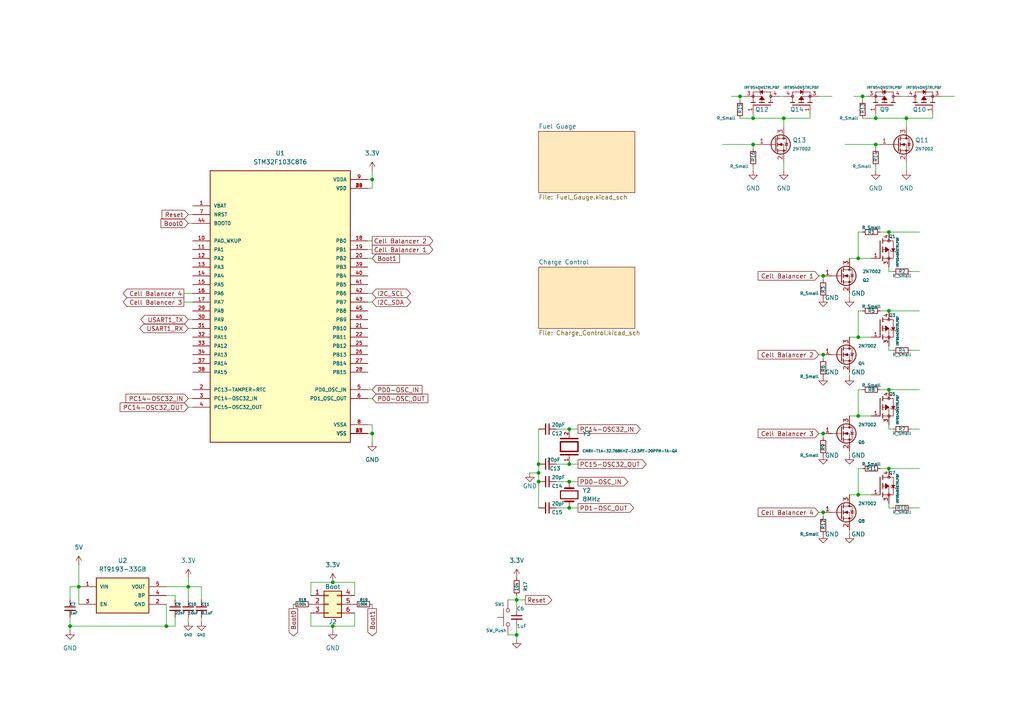
<source format=kicad_sch>
(kicad_sch (version 20250114) (generator "eeschema") (generator_version "9.0")
  (paper "A4")
  (title_block (title "Battery Management System") (date "2025-04-11") (rev "0.0.2") (company "Portland State University") (comment 1 "Fernando Custodio, Tyler Tran") (comment 2 "Daniel Anishchenko, Cuauhtemoc Gomez, Cody Reid") (comment 3 "Capstone - Team #6"))
  (lib_symbols
    (symbol "CM8V-T1A-32.768KHZ-12.5PF-20PPM-TA-QA:CM8V-T1A-32.768KHZ-12.5PF-20PPM-TA-QA" (pin_names (offset 1.016))
      (property "Reference" "Y" (at -5.0878 3.8159 0))
      (property "Value" "CM8V-T1A-32.768KHZ-12.5PF-20PPM-TA-QA" (at -5.0944 -5.0944 0))
      (symbol "CM8V-T1A-32.768KHZ-12.5PF-20PPM-TA-QA_0_0"
        (pin passive line (at -5.08 0 0) (length 2.54) (name "~") (number "1"))
        (pin passive line (at 5.08 0 180) (length 2.54) (name "~") (number "2"))
      )
    )
    (symbol "Connector_Generic:Conn_02x03_Top_Bottom" (pin_names (offset 1.016) (hide yes))
      (property "Reference" "J" (at 1.27 5.08 0))
      (property "Value" "Conn_02x03_Top_Bottom" (at 1.27 -5.08 0))
      (symbol "Conn_02x03_Top_Bottom_1_1"
        (pin passive line (at -5.08 2.54 0) (length 3.81) (name "Pin_1") (number "1"))
        (pin passive line (at -5.08 0 0) (length 3.81) (name "Pin_2") (number "2"))
        (pin passive line (at -5.08 -2.54 0) (length 3.81) (name "Pin_3") (number "3"))
        (pin passive line (at 7.62 2.54 180) (length 3.81) (name "Pin_4") (number "4"))
        (pin passive line (at 7.62 0 180) (length 3.81) (name "Pin_5") (number "5"))
        (pin passive line (at 7.62 -2.54 180) (length 3.81) (name "Pin_6") (number "6"))
      )
    )
    (symbol "Device:C_Small" (pin_numbers (hide yes)) (pin_names (offset 0.254) (hide yes))
      (property "Reference" "C" (at 0.254 1.778 0))
      (property "Value" "C_Small" (at 0.254 -2.032 0))
      (symbol "C_Small_1_1"
        (pin passive line (at 0 2.54 270) (length 2.032) (name "~") (number "1"))
        (pin passive line (at 0 -2.54 90) (length 2.032) (name "~") (number "2"))
      )
    )
    (symbol "Device:Crystal" (pin_numbers (hide yes)) (pin_names (offset 1.016) (hide yes))
      (property "Reference" "Y" (at 0 3.81 0))
      (property "Value" "Crystal" (at 0 -3.81 0))
      (symbol "Crystal_1_1"
        (pin passive line (at -3.81 0 0) (length 1.27) (name "1") (number "1"))
        (pin passive line (at 3.81 0 180) (length 1.27) (name "2") (number "2"))
      )
    )
    (symbol "Device:R_Small" (pin_numbers (hide yes)) (pin_names (offset 0.254) (hide yes))
      (property "Reference" "R" (at 0 0 90))
      (property "Value" "R_Small" (at 1.778 0 90))
      (symbol "R_Small_1_1"
        (pin passive line (at 0 2.54 270) (length 0.762) (name "~") (number "1"))
        (pin passive line (at 0 -2.54 90) (length 0.762) (name "~") (number "2"))
      )
    )
    (symbol "IRF9540NSTRLPBF:IRF9540NSTRLPBF" (pin_names (offset 1.016))
      (property "Reference" "Q" (at -8.89 3.81 0))
      (property "Value" "IRF9540NSTRLPBF" (at -8.89 -6.35 0))
      (symbol "IRF9540NSTRLPBF_0_0"
        (pin passive line (at -2.54 -2.54 0) (length 2.54) (name "~") (number "1"))
        (pin passive line (at 2.54 5.08 270) (length 2.54) (name "~") (number "4"))
        (pin passive line (at 2.54 -5.08 90) (length 2.54) (name "~") (number "3"))
      )
    )
    (symbol "RT9193-33GB:RT9193-33GB" (pin_names (offset 1.016))
      (property "Reference" "U" (at -6.3582 6.3582 0))
      (property "Value" "RT9193-33GB" (at -6.3733 -8.9227 0))
      (symbol "RT9193-33GB_0_0"
        (pin input line (at -12.7 2.54 0) (length 5.08) (name "VIN") (number "1"))
        (pin input line (at -12.7 -2.54 0) (length 5.08) (name "EN") (number "3"))
        (pin output line (at 12.7 2.54 180) (length 5.08) (name "VOUT") (number "5"))
        (pin passive line (at 12.7 0 180) (length 5.08) (name "BP") (number "4"))
        (pin power_in line (at 12.7 -2.54 180) (length 5.08) (name "GND") (number "2"))
      )
    )
    (symbol "STM32F103C8T6:STM32F103C8T6" (pin_names (offset 1.016))
      (property "Reference" "U" (at -20.32 41.275 0))
      (property "Value" "STM32F103C8T6" (at -20.32 -40.64 0))
      (symbol "STM32F103C8T6_0_0"
        (pin bidirectional line (at -25.4 30.48 0) (length 5.08) (name "VBAT") (number "1"))
        (pin input line (at -25.4 27.94 0) (length 5.08) (name "NRST") (number "7"))
        (pin input line (at -25.4 25.4 0) (length 5.08) (name "BOOT0") (number "44"))
        (pin bidirectional line (at -25.4 20.32 0) (length 5.08) (name "PA0_WKUP") (number "10"))
        (pin bidirectional line (at -25.4 17.78 0) (length 5.08) (name "PA1") (number "11"))
        (pin bidirectional line (at -25.4 15.24 0) (length 5.08) (name "PA2") (number "12"))
        (pin bidirectional line (at -25.4 12.7 0) (length 5.08) (name "PA3") (number "13"))
        (pin bidirectional line (at -25.4 10.16 0) (length 5.08) (name "PA4") (number "14"))
        (pin bidirectional line (at -25.4 7.62 0) (length 5.08) (name "PA5") (number "15"))
        (pin bidirectional line (at -25.4 5.08 0) (length 5.08) (name "PA6") (number "16"))
        (pin bidirectional line (at -25.4 2.54 0) (length 5.08) (name "PA7") (number "17"))
        (pin bidirectional line (at -25.4 0 0) (length 5.08) (name "PA8") (number "29"))
        (pin bidirectional line (at -25.4 -2.54 0) (length 5.08) (name "PA9") (number "30"))
        (pin bidirectional line (at -25.4 -5.08 0) (length 5.08) (name "PA10") (number "31"))
        (pin bidirectional line (at -25.4 -7.62 0) (length 5.08) (name "PA11") (number "32"))
        (pin bidirectional line (at -25.4 -10.16 0) (length 5.08) (name "PA12") (number "33"))
        (pin bidirectional line (at -25.4 -12.7 0) (length 5.08) (name "PA13") (number "34"))
        (pin bidirectional line (at -25.4 -15.24 0) (length 5.08) (name "PA14") (number "37"))
        (pin bidirectional line (at -25.4 -17.78 0) (length 5.08) (name "PA15") (number "38"))
        (pin bidirectional line (at -25.4 -22.86 0) (length 5.08) (name "PC13-TAMPER-RTC") (number "2"))
        (pin bidirectional line (at -25.4 -25.4 0) (length 5.08) (name "PC14-OSC32_IN") (number "3"))
        (pin bidirectional line (at -25.4 -27.94 0) (length 5.08) (name "PC15-OSC32_OUT") (number "4"))
        (pin power_in line (at 25.4 38.1 180) (length 5.08) (name "VDDA") (number "9"))
        (pin power_in line (at 25.4 35.56 180) (length 5.08) (name "VDD") (number "24"))
        (pin power_in line (at 25.4 35.56 180) (length 5.08) (name "VDD") (number "36"))
        (pin power_in line (at 25.4 35.56 180) (length 5.08) (name "VDD") (number "48"))
        (pin bidirectional line (at 25.4 20.32 180) (length 5.08) (name "PB0") (number "18"))
        (pin bidirectional line (at 25.4 17.78 180) (length 5.08) (name "PB1") (number "19"))
        (pin bidirectional line (at 25.4 15.24 180) (length 5.08) (name "PB2") (number "20"))
        (pin bidirectional line (at 25.4 12.7 180) (length 5.08) (name "PB3") (number "39"))
        (pin bidirectional line (at 25.4 10.16 180) (length 5.08) (name "PB4") (number "40"))
        (pin bidirectional line (at 25.4 7.62 180) (length 5.08) (name "PB5") (number "41"))
        (pin bidirectional line (at 25.4 5.08 180) (length 5.08) (name "PB6") (number "42"))
        (pin bidirectional line (at 25.4 2.54 180) (length 5.08) (name "PB7") (number "43"))
        (pin bidirectional line (at 25.4 0 180) (length 5.08) (name "PB8") (number "45"))
        (pin bidirectional line (at 25.4 -2.54 180) (length 5.08) (name "PB9") (number "46"))
        (pin bidirectional line (at 25.4 -5.08 180) (length 5.08) (name "PB10") (number "21"))
        (pin bidirectional line (at 25.4 -7.62 180) (length 5.08) (name "PB11") (number "22"))
        (pin bidirectional line (at 25.4 -10.16 180) (length 5.08) (name "PB12") (number "25"))
        (pin bidirectional line (at 25.4 -12.7 180) (length 5.08) (name "PB13") (number "26"))
        (pin bidirectional line (at 25.4 -15.24 180) (length 5.08) (name "PB14") (number "27"))
        (pin bidirectional line (at 25.4 -17.78 180) (length 5.08) (name "PB15") (number "28"))
        (pin bidirectional line (at 25.4 -22.86 180) (length 5.08) (name "PD0_OSC_IN") (number "5"))
        (pin bidirectional line (at 25.4 -25.4 180) (length 5.08) (name "PD1_OSC_OUT") (number "6"))
        (pin power_in line (at 25.4 -33.02 180) (length 5.08) (name "VSSA") (number "8"))
        (pin power_in line (at 25.4 -35.56 180) (length 5.08) (name "VSS") (number "23"))
        (pin power_in line (at 25.4 -35.56 180) (length 5.08) (name "VSS") (number "35"))
        (pin power_in line (at 25.4 -35.56 180) (length 5.08) (name "VSS") (number "47"))
      )
    )
    (symbol "Switch:SW_Push" (pin_numbers (hide yes)) (pin_names (offset 1.016) (hide yes))
      (property "Reference" "SW" (at 1.27 2.54 0))
      (property "Value" "SW_Push" (at 0 -1.524 0))
      (symbol "SW_Push_0_1"
        (pin passive line (at -5.08 0 0) (length 2.54) (name "1") (number "1"))
        (pin passive line (at 5.08 0 180) (length 2.54) (name "2") (number "2"))
      )
    )
    (symbol "Transistor_FET:2N7002" (pin_names (hide yes))
      (property "Reference" "Q" (at 5.08 1.905 0))
      (property "Value" "2N7002" (at 5.08 0 0))
      (symbol "2N7002_1_1"
        (pin input line (at -5.08 0 0) (length 2.54) (name "G") (number "1"))
        (pin passive line (at 2.54 5.08 270) (length 2.54) (name "D") (number "3"))
        (pin passive line (at 2.54 -5.08 90) (length 2.54) (name "S") (number "2"))
      )
    )
    (symbol "power:GND" (power) (pin_numbers (hide yes)) (pin_names (offset 0) (hide yes))
      (property "Value" "GND" (at 0 -3.81 0))
      (symbol "GND_1_1"
        (pin power_in line (at 0 0 270) (length 0) (name "~") (number "1"))
      )
    )
    (symbol "power:VCC" (power) (pin_numbers (hide yes)) (pin_names (offset 0) (hide yes))
      (property "Value" "VCC" (at 0 3.556 0))
      (symbol "VCC_1_1"
        (pin power_in line (at 0 0 90) (length 0) (name "~") (number "1"))
      )
    )
  )
  (junction (at 257.81 90.17))
  (junction (at 250.19 27.94))
  (junction (at 165.1 139.7))
  (junction (at 257.81 113.03))
  (junction (at 254 41.91))
  (junction (at 165.1 147.32))
  (junction (at 96.52 181.61))
  (junction (at 238.76 125.73))
  (junction (at 254 34.29))
  (junction (at 149.86 184.15))
  (junction (at 165.1 124.46))
  (junction (at 22.86 170.18))
  (junction (at 107.95 52.07))
  (junction (at 218.44 34.29))
  (junction (at 238.76 102.87))
  (junction (at 156.21 134.62))
  (junction (at 107.95 125.73))
  (junction (at 48.26 181.61))
  (junction (at 257.81 135.89))
  (junction (at 262.89 34.29))
  (junction (at 218.44 41.91))
  (junction (at 248.92 143.51))
  (junction (at 156.21 137.16))
  (junction (at 257.81 67.31))
  (junction (at 248.92 120.65))
  (junction (at 54.61 170.18))
  (junction (at 248.92 74.93))
  (junction (at 248.92 97.79))
  (junction (at 238.76 148.59))
  (junction (at 238.76 80.01))
  (junction (at 227.33 34.29))
  (junction (at 156.21 139.7))
  (junction (at 96.52 168.91))
  (junction (at 149.86 173.99))
  (junction (at 214.63 27.94))
  (junction (at 165.1 134.62))
  (junction (at 20.32 181.61))
  (wire (pts (xy 107.95 54.61) (xy 107.95 52.07)))
  (wire (pts (xy 250.19 27.94) (xy 250.19 29.21)))
  (wire (pts (xy 54.61 92.71) (xy 55.88 92.71)))
  (wire (pts (xy 257.81 77.47) (xy 257.81 78.74)))
  (wire (pts (xy 102.87 181.61) (xy 96.52 181.61)))
  (wire (pts (xy 218.44 48.26) (xy 218.44 49.53)))
  (wire (pts (xy 257.81 100.33) (xy 257.81 101.6)))
  (wire (pts (xy 48.26 170.18) (xy 54.61 170.18)))
  (wire (pts (xy 107.95 123.19) (xy 107.95 125.73)))
  (wire (pts (xy 54.61 115.57) (xy 55.88 115.57)))
  (wire (pts (xy 102.87 172.72) (xy 102.87 168.91)))
  (wire (pts (xy 257.81 147.32) (xy 259.08 147.32)))
  (wire (pts (xy 218.44 33.02) (xy 218.44 34.29)))
  (wire (pts (xy 107.95 52.07) (xy 106.68 52.07)))
  (wire (pts (xy 54.61 95.25) (xy 55.88 95.25)))
  (wire (pts (xy 218.44 34.29) (xy 227.33 34.29)))
  (wire (pts (xy 54.61 118.11) (xy 55.88 118.11)))
  (wire (pts (xy 90.17 172.72) (xy 90.17 168.91)))
  (wire (pts (xy 54.61 62.23) (xy 55.88 62.23)))
  (wire (pts (xy 20.32 170.18) (xy 20.32 173.99)))
  (wire (pts (xy 237.49 125.73) (xy 238.76 125.73)))
  (wire (pts (xy 257.81 146.05) (xy 257.81 147.32)))
  (wire (pts (xy 106.68 115.57) (xy 107.95 115.57)))
  (wire (pts (xy 156.21 124.46) (xy 156.21 134.62)))
  (wire (pts (xy 218.44 43.18) (xy 218.44 41.91)))
  (wire (pts (xy 234.95 34.29) (xy 234.95 33.02)))
  (wire (pts (xy 20.32 181.61) (xy 48.26 181.61)))
  (wire (pts (xy 250.19 90.17) (xy 248.92 90.17)))
  (wire (pts (xy 273.05 27.94) (xy 276.86 27.94)))
  (wire (pts (xy 106.68 54.61) (xy 107.95 54.61)))
  (wire (pts (xy 246.38 107.95) (xy 246.38 109.22)))
  (wire (pts (xy 262.89 34.29) (xy 262.89 36.83)))
  (wire (pts (xy 246.38 120.65) (xy 248.92 120.65)))
  (wire (pts (xy 58.42 179.07) (xy 58.42 180.34)))
  (wire (pts (xy 106.68 69.85) (xy 107.95 69.85)))
  (wire (pts (xy 165.1 124.46) (xy 167.64 124.46)))
  (wire (pts (xy 156.21 134.62) (xy 156.21 137.16)))
  (wire (pts (xy 246.38 97.79) (xy 248.92 97.79)))
  (wire (pts (xy 20.32 170.18) (xy 22.86 170.18)))
  (wire (pts (xy 50.8 172.72) (xy 48.26 172.72)))
  (wire (pts (xy 257.81 113.03) (xy 255.27 113.03)))
  (wire (pts (xy 147.32 173.99) (xy 149.86 173.99)))
  (wire (pts (xy 20.32 179.07) (xy 20.32 181.61)))
  (wire (pts (xy 250.19 27.94) (xy 251.46 27.94)))
  (wire (pts (xy 246.38 143.51) (xy 248.92 143.51)))
  (wire (pts (xy 246.38 153.67) (xy 246.38 154.94)))
  (wire (pts (xy 218.44 41.91) (xy 219.71 41.91)))
  (wire (pts (xy 237.49 80.01) (xy 238.76 80.01)))
  (wire (pts (xy 252.73 74.93) (xy 248.92 74.93)))
  (wire (pts (xy 257.81 90.17) (xy 255.27 90.17)))
  (wire (pts (xy 247.65 27.94) (xy 250.19 27.94)))
  (wire (pts (xy 226.06 27.94) (xy 227.33 27.94)))
  (wire (pts (xy 246.38 130.81) (xy 246.38 132.08)))
  (wire (pts (xy 245.11 41.91) (xy 254 41.91)))
  (wire (pts (xy 214.63 34.29) (xy 218.44 34.29)))
  (wire (pts (xy 147.32 184.15) (xy 149.86 184.15)))
  (wire (pts (xy 237.49 102.87) (xy 238.76 102.87)))
  (wire (pts (xy 156.21 139.7) (xy 156.21 147.32)))
  (wire (pts (xy 149.86 172.72) (xy 149.86 173.99)))
  (wire (pts (xy 20.32 181.61) (xy 20.32 182.88)))
  (wire (pts (xy 107.95 125.73) (xy 107.95 128.27)))
  (wire (pts (xy 238.76 80.01) (xy 238.76 81.28)))
  (wire (pts (xy 257.81 67.31) (xy 266.7 67.31)))
  (wire (pts (xy 90.17 177.8) (xy 90.17 181.61)))
  (wire (pts (xy 257.81 113.03) (xy 266.7 113.03)))
  (wire (pts (xy 50.8 172.72) (xy 50.8 173.99)))
  (wire (pts (xy 209.55 41.91) (xy 218.44 41.91)))
  (wire (pts (xy 90.17 181.61) (xy 96.52 181.61)))
  (wire (pts (xy 257.81 101.6) (xy 259.08 101.6)))
  (wire (pts (xy 214.63 27.94) (xy 214.63 29.21)))
  (wire (pts (xy 58.42 170.18) (xy 58.42 173.99)))
  (wire (pts (xy 107.95 49.53) (xy 107.95 52.07)))
  (wire (pts (xy 237.49 148.59) (xy 238.76 148.59)))
  (wire (pts (xy 54.61 167.64) (xy 54.61 170.18)))
  (wire (pts (xy 54.61 170.18) (xy 54.61 173.99)))
  (wire (pts (xy 22.86 175.26) (xy 22.86 170.18)))
  (wire (pts (xy 212.09 27.94) (xy 214.63 27.94)))
  (wire (pts (xy 262.89 46.99) (xy 262.89 49.53)))
  (wire (pts (xy 257.81 123.19) (xy 257.81 124.46)))
  (wire (pts (xy 149.86 184.15) (xy 149.86 185.42)))
  (wire (pts (xy 161.29 124.46) (xy 165.1 124.46)))
  (wire (pts (xy 248.92 90.17) (xy 248.92 97.79)))
  (wire (pts (xy 257.81 67.31) (xy 255.27 67.31)))
  (wire (pts (xy 50.8 181.61) (xy 48.26 181.61)))
  (wire (pts (xy 250.19 67.31) (xy 248.92 67.31)))
  (wire (pts (xy 246.38 74.93) (xy 248.92 74.93)))
  (wire (pts (xy 248.92 113.03) (xy 248.92 120.65)))
  (wire (pts (xy 227.33 34.29) (xy 227.33 36.83)))
  (wire (pts (xy 254 48.26) (xy 254 49.53)))
  (wire (pts (xy 48.26 175.26) (xy 48.26 181.61)))
  (wire (pts (xy 85.09 176.53) (xy 85.09 175.26)))
  (wire (pts (xy 248.92 135.89) (xy 248.92 143.51)))
  (wire (pts (xy 250.19 34.29) (xy 254 34.29)))
  (wire (pts (xy 246.38 85.09) (xy 246.38 86.36)))
  (wire (pts (xy 54.61 170.18) (xy 58.42 170.18)))
  (wire (pts (xy 254 43.18) (xy 254 41.91)))
  (wire (pts (xy 54.61 179.07) (xy 54.61 180.34)))
  (wire (pts (xy 106.68 125.73) (xy 107.95 125.73)))
  (wire (pts (xy 252.73 97.79) (xy 248.92 97.79)))
  (wire (pts (xy 264.16 78.74) (xy 266.7 78.74)))
  (wire (pts (xy 214.63 27.94) (xy 215.9 27.94)))
  (wire (pts (xy 250.19 113.03) (xy 248.92 113.03)))
  (wire (pts (xy 238.76 125.73) (xy 238.76 127)))
  (wire (pts (xy 254 41.91) (xy 255.27 41.91)))
  (wire (pts (xy 149.86 181.61) (xy 149.86 184.15)))
  (wire (pts (xy 106.68 123.19) (xy 107.95 123.19)))
  (wire (pts (xy 254 34.29) (xy 262.89 34.29)))
  (wire (pts (xy 227.33 46.99) (xy 227.33 49.53)))
  (wire (pts (xy 248.92 67.31) (xy 248.92 74.93)))
  (wire (pts (xy 261.62 27.94) (xy 262.89 27.94)))
  (wire (pts (xy 107.95 113.03) (xy 106.68 113.03)))
  (wire (pts (xy 106.68 74.93) (xy 107.95 74.93)))
  (wire (pts (xy 264.16 101.6) (xy 266.7 101.6)))
  (wire (pts (xy 252.73 120.65) (xy 248.92 120.65)))
  (wire (pts (xy 161.29 139.7) (xy 165.1 139.7)))
  (wire (pts (xy 238.76 148.59) (xy 238.76 149.86)))
  (wire (pts (xy 53.34 85.09) (xy 55.88 85.09)))
  (wire (pts (xy 270.51 34.29) (xy 270.51 33.02)))
  (wire (pts (xy 165.1 139.7) (xy 167.64 139.7)))
  (wire (pts (xy 262.89 34.29) (xy 270.51 34.29)))
  (wire (pts (xy 106.68 85.09) (xy 107.95 85.09)))
  (wire (pts (xy 252.73 143.51) (xy 248.92 143.51)))
  (wire (pts (xy 264.16 124.46) (xy 266.7 124.46)))
  (wire (pts (xy 257.81 135.89) (xy 255.27 135.89)))
  (wire (pts (xy 22.86 163.83) (xy 22.86 170.18)))
  (wire (pts (xy 149.86 173.99) (xy 152.4 173.99)))
  (wire (pts (xy 50.8 179.07) (xy 50.8 181.61)))
  (wire (pts (xy 165.1 147.32) (xy 167.64 147.32)))
  (wire (pts (xy 53.34 87.63) (xy 55.88 87.63)))
  (wire (pts (xy 257.81 90.17) (xy 266.7 90.17)))
  (wire (pts (xy 153.67 137.16) (xy 156.21 137.16)))
  (wire (pts (xy 165.1 134.62) (xy 167.64 134.62)))
  (wire (pts (xy 257.81 124.46) (xy 259.08 124.46)))
  (wire (pts (xy 106.68 72.39) (xy 107.95 72.39)))
  (wire (pts (xy 161.29 147.32) (xy 165.1 147.32)))
  (wire (pts (xy 238.76 102.87) (xy 238.76 104.14)))
  (wire (pts (xy 96.52 182.88) (xy 96.52 181.61)))
  (wire (pts (xy 257.81 78.74) (xy 259.08 78.74)))
  (wire (pts (xy 90.17 168.91) (xy 96.52 168.91)))
  (wire (pts (xy 227.33 34.29) (xy 234.95 34.29)))
  (wire (pts (xy 257.81 135.89) (xy 266.7 135.89)))
  (wire (pts (xy 54.61 64.77) (xy 55.88 64.77)))
  (wire (pts (xy 254 33.02) (xy 254 34.29)))
  (wire (pts (xy 149.86 173.99) (xy 149.86 176.53)))
  (wire (pts (xy 102.87 168.91) (xy 96.52 168.91)))
  (wire (pts (xy 107.95 176.53) (xy 107.95 175.26)))
  (wire (pts (xy 237.49 27.94) (xy 241.3 27.94)))
  (wire (pts (xy 102.87 177.8) (xy 102.87 181.61)))
  (wire (pts (xy 156.21 137.16) (xy 156.21 139.7)))
  (wire (pts (xy 106.68 87.63) (xy 107.95 87.63)))
  (wire (pts (xy 161.29 134.62) (xy 165.1 134.62)))
  (wire (pts (xy 264.16 147.32) (xy 266.7 147.32)))
  (wire (pts (xy 250.19 135.89) (xy 248.92 135.89)))
  (global_label "USART1_RX" (shape bidirectional) (at 54.61 95.25 180) (property "Intersheetrefs" "${INTERSHEET_REFS}" (effects (hide yes))))
  (global_label "Boot0" (shape output) (at 85.09 176.53 270) (property "Intersheetrefs" "${INTERSHEET_REFS}" (effects (hide yes))))
  (global_label "PD0-OSC_IN" (shape input) (at 107.95 113.03 0) (property "Intersheetrefs" "${INTERSHEET_REFS}" (effects (hide yes))))
  (global_label "PC14-OSC32_IN" (shape output) (at 167.64 124.46 0) (property "Intersheetrefs" "${INTERSHEET_REFS}" (effects (hide yes))))
  (global_label "PD1-OSC_OUT" (shape output) (at 167.64 147.32 0) (property "Intersheetrefs" "${INTERSHEET_REFS}" (effects (hide yes))))
  (global_label "Boot0" (shape input) (at 54.61 64.77 180) (property "Intersheetrefs" "${INTERSHEET_REFS}" (effects (hide yes))))
  (global_label "Cell Balancer 3" (shape input) (at 237.49 125.73 180) (property "Intersheetrefs" "${INTERSHEET_REFS}" (effects (hide yes))))
  (global_label "Reset" (shape output) (at 152.4 173.99 0) (property "Intersheetrefs" "${INTERSHEET_REFS}" (effects (hide yes))))
  (global_label "Cell Balancer 1" (shape output) (at 107.95 72.39 0) (property "Intersheetrefs" "${INTERSHEET_REFS}" (effects (hide yes))))
  (global_label "PD0-OSC_OUT" (shape input) (at 107.95 115.57 0) (property "Intersheetrefs" "${INTERSHEET_REFS}" (effects (hide yes))))
  (global_label "Boot1" (shape input) (at 107.95 74.93 0) (property "Intersheetrefs" "${INTERSHEET_REFS}" (effects (hide yes))))
  (global_label "I2C_SCL" (shape bidirectional) (at 107.95 85.09 0) (property "Intersheetrefs" "${INTERSHEET_REFS}" (effects (hide yes))))
  (global_label "Cell Balancer 2" (shape output) (at 107.95 69.85 0) (property "Intersheetrefs" "${INTERSHEET_REFS}" (effects (hide yes))))
  (global_label "Reset" (shape input) (at 54.61 62.23 180) (property "Intersheetrefs" "${INTERSHEET_REFS}" (effects (hide yes))))
  (global_label "Cell Balancer 3" (shape output) (at 53.34 87.63 180) (property "Intersheetrefs" "${INTERSHEET_REFS}" (effects (hide yes))))
  (global_label "I2C_SDA" (shape bidirectional) (at 107.95 87.63 0) (property "Intersheetrefs" "${INTERSHEET_REFS}" (effects (hide yes))))
  (global_label "Cell Balancer 4" (shape output) (at 53.34 85.09 180) (property "Intersheetrefs" "${INTERSHEET_REFS}" (effects (hide yes))))
  (global_label "Cell Balancer 4" (shape input) (at 237.49 148.59 180) (property "Intersheetrefs" "${INTERSHEET_REFS}" (effects (hide yes))))
  (global_label "Cell Balancer 1" (shape input) (at 237.49 80.01 180) (property "Intersheetrefs" "${INTERSHEET_REFS}" (effects (hide yes))))
  (global_label "Boot1" (shape output) (at 107.95 176.53 270) (property "Intersheetrefs" "${INTERSHEET_REFS}" (effects (hide yes))))
  (global_label "PC15-OSC32_OUT" (shape output) (at 167.64 134.62 0) (property "Intersheetrefs" "${INTERSHEET_REFS}" (effects (hide yes))))
  (global_label "USART1_TX" (shape bidirectional) (at 54.61 92.71 180) (property "Intersheetrefs" "${INTERSHEET_REFS}" (effects (hide yes))))
  (global_label "PC14-OSC32_IN" (shape input) (at 54.61 115.57 180) (property "Intersheetrefs" "${INTERSHEET_REFS}" (effects (hide yes))))
  (global_label "Cell Balancer 2" (shape input) (at 237.49 102.87 180) (property "Intersheetrefs" "${INTERSHEET_REFS}" (effects (hide yes))))
  (global_label "PC14-OSC32_OUT" (shape input) (at 54.61 118.11 180) (property "Intersheetrefs" "${INTERSHEET_REFS}" (effects (hide yes))))
  (global_label "PD0-OSC_IN" (shape output) (at 167.64 139.7 0) (property "Intersheetrefs" "${INTERSHEET_REFS}" (effects (hide yes))))
  (symbol (lib_id "power:GND") (at 227.33 49.53 0) (unit 1)
    (property "Reference" "#PWR012" (effects (hide yes)))
    (property "Value" "GND" (at 227.33 54.61 0))
    (property "Description" "Power symbol creates a global label with name \"GND\" , ground" (effects (hide yes)))
  )
  (symbol (lib_id "power:GND") (at 58.42 180.34 0) (unit 1)
    (property "Reference" "#PWR014" (effects (hide yes)))
    (property "Value" "GND" (at 57.15 184.15 0) (effects (font (size 0.762 0.762)) (justify left)))
    (property "Description" "Power symbol creates a global label with name \"GND\" , ground" (effects (hide yes)))
  )
  (symbol (lib_id "Transistor_FET:2N7002") (at 260.35 41.91 0) (unit 1)
    (property "Reference" "Q11" (at 265.43 40.64 0) (effects (justify left)))
    (property "Value" "2N7002" (at 265.43 43.18 0) (effects (font (size 0.889 0.889)) (justify left)))
    (property "Footprint" "Package_TO_SOT_SMD:SOT-23" (effects (hide yes)))
    (property "Datasheet" "https://www.onsemi.com/pub/Collateral/NDS7002A-D.PDF" (effects (hide yes)))
    (property "Description" "0.115A Id, 60V Vds, N-Channel MOSFET, SOT-23" (effects (hide yes)))
  )
  (symbol (lib_id "power:GND") (at 238.76 154.94 0) (mirror y) (unit 1)
    (property "Reference" "#PWR08" (effects (hide yes)))
    (property "Value" "GND" (at 241.3 154.94 0))
    (property "Description" "Power symbol creates a global label with name \"GND\" , ground" (effects (hide yes)))
  )
  (symbol (lib_id "Device:R_Small") (at 252.73 90.17 270) (mirror x) (unit 1)
    (property "Reference" "R5" (at 252.73 90.17 90) (effects (font (size 1.016 1.016))))
    (property "Value" "R_Small" (at 252.73 88.9 90) (effects (font (size 0.889 0.889))))
    (property "Description" "Resistor, small symbol" (effects (hide yes)))
  )
  (symbol (lib_id "Device:C_Small") (at 20.32 176.53 0) (unit 1)
    (property "Reference" "C7" (at 20.32 175.26 0) (effects (font (size 0.762 0.762)) (justify left)))
    (property "Value" "1uF" (at 20.32 177.8 0) (effects (font (size 0.762 0.762)) (justify left)))
    (property "Footprint" "Capacitor_SMD:C_0201_0603Metric" (effects (hide yes)))
    (property "Description" "Unpolarized capacitor, small symbol" (effects (hide yes)))
  )
  (symbol (lib_id "power:GND") (at 246.38 154.94 0) (mirror y) (unit 1)
    (property "Reference" "#PWR07" (effects (hide yes)))
    (property "Value" "GND" (at 248.92 154.94 0))
    (property "Description" "Power symbol creates a global label with name \"GND\" , ground" (effects (hide yes)))
  )
  (symbol (lib_id "Device:C_Small") (at 58.42 176.53 0) (unit 1)
    (property "Reference" "C11" (at 58.42 175.26 0) (effects (font (size 0.762 0.762)) (justify left)))
    (property "Value" "0.1uF" (at 58.42 177.8 0) (effects (font (size 0.762 0.762)) (justify left)))
    (property "Footprint" "Capacitor_SMD:C_0201_0603Metric" (effects (hide yes)))
    (property "Description" "Unpolarized capacitor, small symbol" (effects (hide yes)))
  )
  (symbol (lib_id "power:VCC") (at 107.95 49.53 0) (unit 1)
    (property "Reference" "#PWR020" (effects (hide yes)))
    (property "Value" "3.3V" (at 107.95 44.45 0))
    (property "Description" "Power symbol creates a global label with name \"VCC\"" (effects (hide yes)))
  )
  (symbol (lib_id "IRF9540NSTRLPBF:IRF9540NSTRLPBF") (at 255.27 140.97 0) (unit 1)
    (property "Reference" "Q7" (at 257.81 137.16 0) (effects (font (size 0.889 0.889)) (justify left)))
    (property "Value" "IRF9540NSTRLPBF" (at 260.35 146.05 90) (effects (font (size 0.635 0.635)) (justify left)))
    (property "Footprint" "IRF9540NSTRLPBF:DPAK254P1524X483-4_3N" (effects (hide yes)))
    (property "PARTREV" "09/30/05" (effects (hide yes)))
    (property "STANDARD" "IPC-7351B" (effects (hide yes)))
    (property "MAXIMUM_PACKAGE_HEIGHT" "4.83 mm" (effects (hide yes)))
    (property "MANUFACTURER" "Infineon" (effects (hide yes)))
  )
  (symbol (lib_id "Device:R_Small") (at 87.63 175.26 270) (unit 1)
    (property "Reference" "R18" (at 88.9 173.99 90) (effects (font (size 0.762 0.762)) (justify right)))
    (property "Value" "100k" (at 88.9 175.26 90) (effects (font (size 0.762 0.762)) (justify right)))
    (property "Footprint" "Resistor_SMD:R_0201_0603Metric" (effects (hide yes)))
    (property "Description" "Resistor, small symbol" (effects (hide yes)))
  )
  (symbol (lib_id "Device:C_Small") (at 50.8 176.53 0) (unit 1)
    (property "Reference" "C9" (at 50.8 175.26 0) (effects (font (size 0.762 0.762)) (justify left)))
    (property "Value" "22nF" (at 50.8 177.8 0) (effects (font (size 0.762 0.762)) (justify left)))
    (property "Footprint" "Capacitor_SMD:C_0201_0603Metric" (effects (hide yes)))
    (property "Description" "Unpolarized capacitor, small symbol" (effects (hide yes)))
  )
  (symbol (lib_id "power:GND") (at 54.61 180.34 0) (unit 1)
    (property "Reference" "#PWR015" (effects (hide yes)))
    (property "Value" "GND" (at 53.34 184.15 0) (effects (font (size 0.762 0.762)) (justify left)))
    (property "Description" "Power symbol creates a global label with name \"GND\" , ground" (effects (hide yes)))
  )
  (symbol (lib_id "Transistor_FET:2N7002") (at 243.84 102.87 0) (unit 1)
    (property "Reference" "Q4" (at 248.92 105.41 0) (effects (font (size 0.889 0.889)) (justify left)))
    (property "Value" "2N7002" (at 248.92 100.33 0) (effects (font (size 0.889 0.889)) (justify left)))
    (property "Footprint" "Package_TO_SOT_SMD:SOT-23" (effects (hide yes)))
    (property "Datasheet" "https://www.onsemi.com/pub/Collateral/NDS7002A-D.PDF" (effects (hide yes)))
    (property "Description" "0.115A Id, 60V Vds, N-Channel MOSFET, SOT-23" (effects (hide yes)))
  )
  (symbol (lib_id "Device:R_Small") (at 238.76 152.4 0) (mirror x) (unit 1)
    (property "Reference" "R12" (at 238.76 153.67 90) (effects (font (size 1.016 1.016)) (justify right)))
    (property "Value" "R_Small" (at 237.49 154.94 0) (effects (font (size 0.889 0.889)) (justify right)))
    (property "Footprint" "Resistor_SMD:R_0201_0603Metric" (effects (hide yes)))
    (property "Description" "Resistor, small symbol" (effects (hide yes)))
  )
  (symbol (lib_id "Device:R_Small") (at 250.19 31.75 0) (mirror x) (unit 1)
    (property "Reference" "R13" (at 250.19 33.02 90) (effects (font (size 1.016 1.016)) (justify right)))
    (property "Value" "R_Small" (at 248.92 34.29 0) (effects (font (size 0.889 0.889)) (justify right)))
    (property "Description" "Resistor, small symbol" (effects (hide yes)))
  )
  (symbol (lib_id "power:VCC") (at 22.86 163.83 0) (unit 1)
    (property "Reference" "#PWR016" (effects (hide yes)))
    (property "Value" "5V" (at 22.86 158.75 0))
    (property "Description" "Power symbol creates a global label with name \"VCC\"" (effects (hide yes)))
  )
  (symbol (lib_id "Device:R_Small") (at 252.73 113.03 270) (mirror x) (unit 1)
    (property "Reference" "R8" (at 252.73 113.03 90) (effects (font (size 1.016 1.016))))
    (property "Value" "R_Small" (at 252.73 111.76 90) (effects (font (size 0.889 0.889))))
    (property "Description" "Resistor, small symbol" (effects (hide yes)))
  )
  (symbol (lib_id "Device:R_Small") (at 149.86 170.18 180) (unit 1)
    (property "Reference" "R17" (at 152.4 171.45 90) (effects (font (size 0.889 0.889)) (justify right)))
    (property "Value" "10k" (at 149.86 171.45 90) (effects (font (size 0.889 0.889)) (justify right)))
    (property "Footprint" "Resistor_SMD:R_0201_0603Metric" (effects (hide yes)))
    (property "Description" "Resistor, small symbol" (effects (hide yes)))
  )
  (symbol (lib_id "Switch:SW_Push") (at 147.32 179.07 90) (unit 1)
    (property "Reference" "SW1" (at 143.51 175.26 90) (effects (font (size 0.889 0.889)) (justify right)))
    (property "Value" "SW_Push" (at 140.97 182.88 90) (effects (font (size 0.889 0.889)) (justify right)))
    (property "Description" "Push button switch, generic, two pins" (effects (hide yes)))
  )
  (symbol (lib_id "IRF9540NSTRLPBF:IRF9540NSTRLPBF") (at 255.27 118.11 0) (unit 1)
    (property "Reference" "Q5" (at 257.81 114.3 0) (effects (font (size 0.889 0.889)) (justify left)))
    (property "Value" "IRF9540NSTRLPBF" (at 260.35 123.19 90) (effects (font (size 0.635 0.635)) (justify left)))
    (property "Footprint" "IRF9540NSTRLPBF:DPAK254P1524X483-4_3N" (effects (hide yes)))
    (property "PARTREV" "09/30/05" (effects (hide yes)))
    (property "STANDARD" "IPC-7351B" (effects (hide yes)))
    (property "MAXIMUM_PACKAGE_HEIGHT" "4.83 mm" (effects (hide yes)))
    (property "MANUFACTURER" "Infineon" (effects (hide yes)))
  )
  (symbol (lib_id "Device:C_Small") (at 54.61 176.53 0) (unit 1)
    (property "Reference" "C10" (at 54.61 175.26 0) (effects (font (size 0.762 0.762)) (justify left)))
    (property "Value" "10uF" (at 54.61 177.8 0) (effects (font (size 0.762 0.762)) (justify left)))
    (property "Footprint" "Capacitor_SMD:C_0201_0603Metric" (effects (hide yes)))
    (property "Description" "Unpolarized capacitor, small symbol" (effects (hide yes)))
  )
  (symbol (lib_id "Device:C_Small") (at 158.75 147.32 270) (unit 1)
    (property "Reference" "C15" (at 160.02 148.59 90) (effects (font (size 1.016 1.016)) (justify left)))
    (property "Value" "20pF" (at 160.02 146.05 90) (effects (font (size 1.016 1.016)) (justify left)))
    (property "Footprint" "Capacitor_SMD:C_0201_0603Metric" (effects (hide yes)))
    (property "Description" "Unpolarized capacitor, small symbol" (effects (hide yes)))
  )
  (symbol (lib_id "power:GND") (at 96.52 182.88 0) (unit 1)
    (property "Reference" "#PWR023" (effects (hide yes)))
    (property "Value" "GND" (at 96.52 187.96 0))
    (property "Description" "Power symbol creates a global label with name \"GND\" , ground" (effects (hide yes)))
  )
  (symbol (lib_id "CM8V-T1A-32.768KHZ-12.5PF-20PPM-TA-QA:CM8V-T1A-32.768KHZ-12.5PF-20PPM-TA-QA") (at 165.1 129.54 90) (unit 1)
    (property "Reference" "Y3" (at 168.91 125.7299 90) (effects (justify right)))
    (property "Value" "CM8V-T1A-32.768KHZ-12.5PF-20PPM-TA-QA" (at 168.91 130.81 90) (effects (font (size 0.762 0.762)) (justify right)))
    (property "Footprint" "CM8V-T1A-32.768KHZ:XTAL_CM8V-T1A-32.768KHZ-12.5PF-20PPM-TA-QA" (effects (hide yes)))
    (property "MF" "Micro Crystal AG" (effects (hide yes)))
    (property "MAXIMUM_PACKAGE_HEIGHT" "0.6 mm" (effects (hide yes)))
    (property "Package" "SMD-2 Micro Crystal" (effects (hide yes)))
    (property "Price" "None" (effects (hide yes)))
    (property "Check_prices" "https://www.snapeda.com/parts/CM8V-T1A-32.768KHZ-12.5PF-20PPM-TA-QA/Micro+Crystal+AG/view-part/?ref=eda" (effects (hide yes)))
    (property "STANDARD" "Manufacturer Recommendations" (effects (hide yes)))
    (property "PARTREV" "1.3/03.2021" (effects (hide yes)))
    (property "SnapEDA_Link" "https://www.snapeda.com/parts/CM8V-T1A-32.768KHZ-12.5PF-20PPM-TA-QA/Micro+Crystal+AG/view-part/?ref=snap" (effects (hide yes)))
    (property "MP" "CM8V-T1A-32.768KHZ-12.5PF-20PPM-TA-QA" (effects (hide yes)))
    (property "Description_1" "32.768 kHz ±20ppm Crystal 12.5pF 70 kOhms 2-SMD, No Lead" (effects (hide yes)))
    (property "Availability" "In Stock" (effects (hide yes)))
    (property "MANUFACTURER" "Micro Crystal" (effects (hide yes)))
  )
  (symbol (lib_id "Device:R_Small") (at 261.62 147.32 90) (unit 1)
    (property "Reference" "R10" (at 261.62 147.32 90) (effects (font (size 1.016 1.016))))
    (property "Value" "R_Small" (at 261.62 148.59 90) (effects (font (size 0.889 0.889))))
    (property "Description" "Resistor, small symbol" (effects (hide yes)))
  )
  (symbol (lib_id "Device:R_Small") (at 218.44 45.72 0) (mirror x) (unit 1)
    (property "Reference" "R16" (at 218.44 46.99 90) (effects (font (size 1.016 1.016)) (justify right)))
    (property "Value" "R_Small" (at 217.17 48.26 0) (effects (font (size 0.889 0.889)) (justify right)))
    (property "Footprint" "Resistor_SMD:R_0201_0603Metric" (effects (hide yes)))
    (property "Description" "Resistor, small symbol" (effects (hide yes)))
  )
  (symbol (lib_id "power:GND") (at 238.76 109.22 0) (mirror y) (unit 1)
    (property "Reference" "#PWR04" (effects (hide yes)))
    (property "Value" "GND" (at 241.3 107.95 0))
    (property "Description" "Power symbol creates a global label with name \"GND\" , ground" (effects (hide yes)))
  )
  (symbol (lib_id "IRF9540NSTRLPBF:IRF9540NSTRLPBF") (at 256.54 30.48 270) (mirror x) (unit 1)
    (property "Reference" "Q9" (at 256.54 31.75 90))
    (property "Value" "IRF9540NSTRLPBF" (at 256.54 25.4 90) (effects (font (size 0.762 0.762))))
    (property "Footprint" "IRF9540NSTRLPBF:DPAK254P1524X483-4_3N" (effects (hide yes)))
    (property "PARTREV" "09/30/05" (effects (hide yes)))
    (property "STANDARD" "IPC-7351B" (effects (hide yes)))
    (property "MAXIMUM_PACKAGE_HEIGHT" "4.83 mm" (effects (hide yes)))
    (property "MANUFACTURER" "Infineon" (effects (hide yes)))
  )
  (symbol (lib_id "power:VCC") (at 54.61 167.64 0) (unit 1)
    (property "Reference" "#PWR017" (effects (hide yes)))
    (property "Value" "3.3V" (at 54.61 162.56 0))
    (property "Description" "Power symbol creates a global label with name \"VCC\"" (effects (hide yes)))
  )
  (symbol (lib_id "power:GND") (at 107.95 128.27 0) (unit 1)
    (property "Reference" "#PWR021" (effects (hide yes)))
    (property "Value" "GND" (at 107.95 133.35 0))
    (property "Description" "Power symbol creates a global label with name \"GND\" , ground" (effects (hide yes)))
  )
  (symbol (lib_id "Transistor_FET:2N7002") (at 243.84 80.01 0) (unit 1)
    (property "Reference" "Q2" (at 250.19 81.2801 0) (effects (font (size 0.889 0.889)) (justify left)))
    (property "Value" "2N7002" (at 250.19 78.7401 0) (effects (font (size 0.889 0.889)) (justify left)))
    (property "Footprint" "Package_TO_SOT_SMD:SOT-23" (effects (hide yes)))
    (property "Datasheet" "https://www.onsemi.com/pub/Collateral/NDS7002A-D.PDF" (effects (hide yes)))
    (property "Description" "0.115A Id, 60V Vds, N-Channel MOSFET, SOT-23" (effects (hide yes)))
  )
  (symbol (lib_id "IRF9540NSTRLPBF:IRF9540NSTRLPBF") (at 255.27 95.25 0) (unit 1)
    (property "Reference" "Q3" (at 257.81 91.44 0) (effects (font (size 0.889 0.889)) (justify left)))
    (property "Value" "IRF9540NSTRLPBF" (at 260.35 100.33 90) (effects (font (size 0.635 0.635)) (justify left)))
    (property "Footprint" "IRF9540NSTRLPBF:DPAK254P1524X483-4_3N" (effects (hide yes)))
    (property "PARTREV" "09/30/05" (effects (hide yes)))
    (property "STANDARD" "IPC-7351B" (effects (hide yes)))
    (property "MAXIMUM_PACKAGE_HEIGHT" "4.83 mm" (effects (hide yes)))
    (property "MANUFACTURER" "Infineon" (effects (hide yes)))
  )
  (symbol (lib_id "Device:R_Small") (at 261.62 101.6 90) (unit 1)
    (property "Reference" "R4" (at 261.62 101.6 90) (effects (font (size 1.016 1.016))))
    (property "Value" "R_Small" (at 261.62 102.87 90) (effects (font (size 0.889 0.889))))
    (property "Description" "Resistor, small symbol" (effects (hide yes)))
  )
  (symbol (lib_id "power:GND") (at 153.67 137.16 0) (unit 1)
    (property "Reference" "#PWR024" (effects (hide yes)))
    (property "Value" "GND" (at 153.67 140.97 0))
    (property "Description" "Power symbol creates a global label with name \"GND\" , ground" (effects (hide yes)))
  )
  (symbol (lib_id "STM32F103C8T6:STM32F103C8T6") (at 81.28 90.17 0) (unit 1)
    (property "Reference" "U1" (at 81.28 44.45 0))
    (property "Value" "STM32F103C8T6" (at 81.28 46.99 0))
    (property "Footprint" "STM32F103C8T6:QFP50P900X900X160-48N" (effects (hide yes)))
    (property "MF" "STMicroelectronics" (effects (hide yes)))
    (property "Description_1" "ARM® Cortex®-M3 STM32F1 Microcontroller IC 32-Bit 72MHz 64KB (64K x 8) FLASH 48-LQFP (7x7)" (effects (hide yes)))
    (property "Package" "LQFP-48 STMicroelectronics" (effects (hide yes)))
    (property "Price" "None" (effects (hide yes)))
    (property "Check_prices" "https://www.snapeda.com/parts/STM32F103C8T6/STMicroelectronics/view-part/?ref=eda" (effects (hide yes)))
    (property "STANDARD" "IPC7351B" (effects (hide yes)))
    (property "PARTREV" "10" (effects (hide yes)))
    (property "SnapEDA_Link" "https://www.snapeda.com/parts/STM32F103C8T6/STMicroelectronics/view-part/?ref=snap" (effects (hide yes)))
    (property "MP" "STM32F103C8T6" (effects (hide yes)))
    (property "Availability" "In Stock" (effects (hide yes)))
    (property "MANUFACTURER" "ST Microelectronics" (effects (hide yes)))
  )
  (symbol (lib_id "IRF9540NSTRLPBF:IRF9540NSTRLPBF") (at 255.27 72.39 0) (unit 1)
    (property "Reference" "Q1" (at 257.81 68.58 0) (effects (font (size 0.889 0.889)) (justify left)))
    (property "Value" "IRF9540NSTRLPBF" (at 260.35 77.47 90) (effects (font (size 0.635 0.635)) (justify left)))
    (property "Footprint" "IRF9540NSTRLPBF:DPAK254P1524X483-4_3N" (effects (hide yes)))
    (property "PARTREV" "09/30/05" (effects (hide yes)))
    (property "STANDARD" "IPC-7351B" (effects (hide yes)))
    (property "MAXIMUM_PACKAGE_HEIGHT" "4.83 mm" (effects (hide yes)))
    (property "MANUFACTURER" "Infineon" (effects (hide yes)))
  )
  (symbol (lib_id "Connector_Generic:Conn_02x03_Top_Bottom") (at 95.25 175.26 0) (unit 1)
    (property "Reference" "J2" (at 96.52 180.34 0))
    (property "Value" "Boot" (at 96.52 170.18 0))
    (property "Description" "Generic connector, double row, 02x03, top/bottom pin numbering scheme (row 1: 1...pins_per_row, row2: pins_per_row+1 ... num_pins), script generated (kicad-library-utils/schlib/autogen/connector/)" (effects (hide yes)))
  )
  (symbol (lib_id "Device:R_Small") (at 252.73 135.89 270) (mirror x) (unit 1)
    (property "Reference" "R11" (at 252.73 135.89 90) (effects (font (size 1.016 1.016))))
    (property "Value" "R_Small" (at 252.73 134.62 90) (effects (font (size 0.889 0.889))))
    (property "Description" "Resistor, small symbol" (effects (hide yes)))
  )
  (symbol (lib_id "RT9193-33GB:RT9193-33GB") (at 35.56 172.72 0) (unit 1)
    (property "Reference" "U2" (at 35.56 162.56 0))
    (property "Value" "RT9193-33GB" (at 35.56 165.1 0))
    (property "Footprint" "Package_TO_SOT_SMD:SOT-23-5" (effects (hide yes)))
    (property "MF" "Richtek USA" (effects (hide yes)))
    (property "Description_1" "Linear Voltage Regulator IC Positive Fixed 1 Output  300mA TSOT-23-5" (effects (hide yes)))
    (property "PACKAGE" "SOT-23-5" (effects (hide yes)))
    (property "PRICE" "$0.19 USD" (effects (hide yes)))
    (property "Package" "SOT-23-5 Richtek" (effects (hide yes)))
    (property "Check_prices" "https://www.snapeda.com/parts/RT9193-33GB/Richtek/view-part/?ref=eda" (effects (hide yes)))
    (property "Price" "None" (effects (hide yes)))
    (property "SnapEDA_Link" "https://www.snapeda.com/parts/RT9193-33GB/Richtek/view-part/?ref=snap" (effects (hide yes)))
    (property "MP" "RT9193-33GB" (effects (hide yes)))
    (property "AVAILABILITY" "Good" (effects (hide yes)))
    (property "Availability" "In Stock" (effects (hide yes)))
  )
  (symbol (lib_id "Device:R_Small") (at 214.63 31.75 0) (mirror x) (unit 1)
    (property "Reference" "R15" (at 214.63 33.02 90) (effects (font (size 1.016 1.016)) (justify right)))
    (property "Value" "R_Small" (at 213.36 34.29 0) (effects (font (size 0.889 0.889)) (justify right)))
    (property "Description" "Resistor, small symbol" (effects (hide yes)))
  )
  (symbol (lib_id "Device:R_Small") (at 238.76 83.82 0) (mirror x) (unit 1)
    (property "Reference" "R3" (at 238.76 85.09 90) (effects (font (size 1.016 1.016)) (justify right)))
    (property "Value" "R_Small" (at 237.49 85.09 0) (effects (font (size 0.889 0.889)) (justify right)))
    (property "Footprint" "Resistor_SMD:R_0201_0603Metric" (effects (hide yes)))
    (property "Description" "Resistor, small symbol" (effects (hide yes)))
  )
  (symbol (lib_id "Device:R_Small") (at 105.41 175.26 270) (unit 1)
    (property "Reference" "R19" (at 106.68 173.99 90) (effects (font (size 0.762 0.762)) (justify right)))
    (property "Value" "100k" (at 106.68 175.26 90) (effects (font (size 0.762 0.762)) (justify right)))
    (property "Footprint" "Resistor_SMD:R_0201_0603Metric" (effects (hide yes)))
    (property "Description" "Resistor, small symbol" (effects (hide yes)))
  )
  (symbol (lib_id "Device:R_Small") (at 238.76 129.54 0) (mirror x) (unit 1)
    (property "Reference" "R9" (at 238.76 130.81 90) (effects (font (size 1.016 1.016)) (justify right)))
    (property "Value" "R_Small" (at 237.49 132.08 0) (effects (font (size 0.889 0.889)) (justify right)))
    (property "Footprint" "Resistor_SMD:R_0201_0603Metric" (effects (hide yes)))
    (property "Description" "Resistor, small symbol" (effects (hide yes)))
  )
  (symbol (lib_id "power:GND") (at 20.32 182.88 0) (unit 1)
    (property "Reference" "#PWR013" (effects (hide yes)))
    (property "Value" "GND" (at 20.32 187.96 0))
    (property "Description" "Power symbol creates a global label with name \"GND\" , ground" (effects (hide yes)))
  )
  (symbol (lib_id "IRF9540NSTRLPBF:IRF9540NSTRLPBF") (at 220.98 30.48 270) (mirror x) (unit 1)
    (property "Reference" "Q12" (at 220.98 31.75 90))
    (property "Value" "IRF9540NSTRLPBF" (at 220.98 25.4 90) (effects (font (size 0.762 0.762))))
    (property "Footprint" "IRF9540NSTRLPBF:DPAK254P1524X483-4_3N" (effects (hide yes)))
    (property "PARTREV" "09/30/05" (effects (hide yes)))
    (property "STANDARD" "IPC-7351B" (effects (hide yes)))
    (property "MAXIMUM_PACKAGE_HEIGHT" "4.83 mm" (effects (hide yes)))
    (property "MANUFACTURER" "Infineon" (effects (hide yes)))
  )
  (symbol (lib_id "Device:R_Small") (at 261.62 78.74 90) (unit 1)
    (property "Reference" "R2" (at 261.62 78.74 90) (effects (font (size 1.016 1.016))))
    (property "Value" "R_Small" (at 261.62 80.01 90) (effects (font (size 0.889 0.889))))
    (property "Description" "Resistor, small symbol" (effects (hide yes)))
  )
  (symbol (lib_id "Transistor_FET:2N7002") (at 243.84 125.73 0) (unit 1)
    (property "Reference" "Q6" (at 248.92 128.27 0) (effects (font (size 0.889 0.889)) (justify left)))
    (property "Value" "2N7002" (at 248.92 123.19 0) (effects (font (size 0.889 0.889)) (justify left)))
    (property "Footprint" "Package_TO_SOT_SMD:SOT-23" (effects (hide yes)))
    (property "Datasheet" "https://www.onsemi.com/pub/Collateral/NDS7002A-D.PDF" (effects (hide yes)))
    (property "Description" "0.115A Id, 60V Vds, N-Channel MOSFET, SOT-23" (effects (hide yes)))
  )
  (symbol (lib_id "power:VCC") (at 96.52 168.91 0) (unit 1)
    (property "Reference" "#PWR022" (effects (hide yes)))
    (property "Value" "3.3V" (at 96.52 163.83 0))
    (property "Description" "Power symbol creates a global label with name \"VCC\"" (effects (hide yes)))
  )
  (symbol (lib_id "power:GND") (at 246.38 132.08 0) (mirror y) (unit 1)
    (property "Reference" "#PWR05" (effects (hide yes)))
    (property "Value" "GND" (at 248.92 132.08 0))
    (property "Description" "Power symbol creates a global label with name \"GND\" , ground" (effects (hide yes)))
  )
  (symbol (lib_id "Device:C_Small") (at 158.75 134.62 90) (unit 1)
    (property "Reference" "C13" (at 162.56 135.89 90) (effects (font (size 1.016 1.016)) (justify left)))
    (property "Value" "20pF" (at 162.56 133.35 90) (effects (font (size 1.016 1.016)) (justify left)))
    (property "Footprint" "Capacitor_SMD:C_0201_0603Metric" (effects (hide yes)))
    (property "Description" "Unpolarized capacitor, small symbol" (effects (hide yes)))
  )
  (symbol (lib_id "Device:C_Small") (at 158.75 139.7 270) (unit 1)
    (property "Reference" "C14" (at 160.02 140.97 90) (effects (font (size 1.016 1.016)) (justify left)))
    (property "Value" "20pF" (at 160.02 138.43 90) (effects (font (size 1.016 1.016)) (justify left)))
    (property "Footprint" "Capacitor_SMD:C_0201_0603Metric" (effects (hide yes)))
    (property "Description" "Unpolarized capacitor, small symbol" (effects (hide yes)))
  )
  (symbol (lib_id "Device:C_Small") (at 158.75 124.46 270) (unit 1)
    (property "Reference" "C12" (at 160.02 125.73 90) (effects (font (size 1.016 1.016)) (justify left)))
    (property "Value" "20pF" (at 160.02 123.19 90) (effects (font (size 1.016 1.016)) (justify left)))
    (property "Footprint" "Capacitor_SMD:C_0201_0603Metric" (effects (hide yes)))
    (property "Description" "Unpolarized capacitor, small symbol" (effects (hide yes)))
  )
  (symbol (lib_id "power:GND") (at 238.76 132.08 0) (mirror y) (unit 1)
    (property "Reference" "#PWR06" (effects (hide yes)))
    (property "Value" "GND" (at 241.3 132.08 0))
    (property "Description" "Power symbol creates a global label with name \"GND\" , ground" (effects (hide yes)))
  )
  (symbol (lib_id "Device:R_Small") (at 252.73 67.31 270) (mirror x) (unit 1)
    (property "Reference" "R1" (at 252.73 67.31 90) (effects (font (size 1.016 1.016))))
    (property "Value" "R_Small" (at 252.73 66.04 90) (effects (font (size 0.889 0.889))))
    (property "Description" "Resistor, small symbol" (effects (hide yes)))
  )
  (symbol (lib_id "power:GND") (at 246.38 86.36 0) (mirror y) (unit 1)
    (property "Reference" "#PWR01" (effects (hide yes)))
    (property "Value" "GND" (at 248.92 85.09 0))
    (property "Description" "Power symbol creates a global label with name \"GND\" , ground" (effects (hide yes)))
  )
  (symbol (lib_id "Device:R_Small") (at 238.76 106.68 0) (mirror x) (unit 1)
    (property "Reference" "R6" (at 238.76 107.95 90) (effects (font (size 1.016 1.016)) (justify right)))
    (property "Value" "R_Small" (at 237.49 109.22 0) (effects (font (size 0.889 0.889)) (justify right)))
    (property "Footprint" "Resistor_SMD:R_0201_0603Metric" (effects (hide yes)))
    (property "Description" "Resistor, small symbol" (effects (hide yes)))
  )
  (symbol (lib_id "power:GND") (at 238.76 86.36 0) (mirror y) (unit 1)
    (property "Reference" "#PWR02" (effects (hide yes)))
    (property "Value" "GND" (at 241.3 86.36 0))
    (property "Description" "Power symbol creates a global label with name \"GND\" , ground" (effects (hide yes)))
  )
  (symbol (lib_id "power:VCC") (at 149.86 167.64 0) (unit 1)
    (property "Reference" "#PWR018" (effects (hide yes)))
    (property "Value" "3.3V" (at 149.86 162.56 0))
    (property "Description" "Power symbol creates a global label with name \"VCC\"" (effects (hide yes)))
  )
  (symbol (lib_id "Transistor_FET:2N7002") (at 243.84 148.59 0) (unit 1)
    (property "Reference" "Q8" (at 248.92 151.13 0) (effects (font (size 0.889 0.889)) (justify left)))
    (property "Value" "2N7002" (at 248.92 146.05 0) (effects (font (size 0.889 0.889)) (justify left)))
    (property "Footprint" "Package_TO_SOT_SMD:SOT-23" (effects (hide yes)))
    (property "Datasheet" "https://www.onsemi.com/pub/Collateral/NDS7002A-D.PDF" (effects (hide yes)))
    (property "Description" "0.115A Id, 60V Vds, N-Channel MOSFET, SOT-23" (effects (hide yes)))
  )
  (symbol (lib_id "power:GND") (at 262.89 49.53 0) (unit 1)
    (property "Reference" "#PWR010" (effects (hide yes)))
    (property "Value" "GND" (at 262.89 54.61 0))
    (property "Description" "Power symbol creates a global label with name \"GND\" , ground" (effects (hide yes)))
  )
  (symbol (lib_id "power:GND") (at 246.38 109.22 0) (mirror y) (unit 1)
    (property "Reference" "#PWR03" (effects (hide yes)))
    (property "Value" "GND" (at 248.92 107.95 0))
    (property "Description" "Power symbol creates a global label with name \"GND\" , ground" (effects (hide yes)))
  )
  (symbol (lib_id "IRF9540NSTRLPBF:IRF9540NSTRLPBF") (at 267.97 30.48 90) (unit 1)
    (property "Reference" "Q10" (at 266.7 31.75 90))
    (property "Value" "IRF9540NSTRLPBF" (at 267.97 25.4 90) (effects (font (size 0.762 0.762))))
    (property "Footprint" "IRF9540NSTRLPBF:DPAK254P1524X483-4_3N" (effects (hide yes)))
    (property "PARTREV" "09/30/05" (effects (hide yes)))
    (property "STANDARD" "IPC-7351B" (effects (hide yes)))
    (property "MAXIMUM_PACKAGE_HEIGHT" "4.83 mm" (effects (hide yes)))
    (property "MANUFACTURER" "Infineon" (effects (hide yes)))
  )
  (symbol (lib_id "Device:C_Small") (at 149.86 179.07 0) (unit 1)
    (property "Reference" "C6" (at 149.86 176.53 0) (effects (font (size 1.016 1.016)) (justify left)))
    (property "Value" "1uF" (at 149.86 181.61 0) (effects (font (size 1.016 1.016)) (justify left)))
    (property "Footprint" "Capacitor_SMD:C_0201_0603Metric" (effects (hide yes)))
    (property "Description" "Unpolarized capacitor, small symbol" (effects (hide yes)))
  )
  (symbol (lib_id "IRF9540NSTRLPBF:IRF9540NSTRLPBF") (at 232.41 30.48 90) (unit 1)
    (property "Reference" "Q14" (at 231.14 31.75 90))
    (property "Value" "IRF9540NSTRLPBF" (at 232.41 25.4 90) (effects (font (size 0.762 0.762))))
    (property "Footprint" "IRF9540NSTRLPBF:DPAK254P1524X483-4_3N" (effects (hide yes)))
    (property "PARTREV" "09/30/05" (effects (hide yes)))
    (property "STANDARD" "IPC-7351B" (effects (hide yes)))
    (property "MAXIMUM_PACKAGE_HEIGHT" "4.83 mm" (effects (hide yes)))
    (property "MANUFACTURER" "Infineon" (effects (hide yes)))
  )
  (symbol (lib_id "Device:R_Small") (at 261.62 124.46 90) (unit 1)
    (property "Reference" "R7" (at 261.62 124.46 90) (effects (font (size 1.016 1.016))))
    (property "Value" "R_Small" (at 261.62 125.73 90) (effects (font (size 0.889 0.889))))
    (property "Description" "Resistor, small symbol" (effects (hide yes)))
  )
  (symbol (lib_id "power:GND") (at 254 49.53 0) (unit 1)
    (property "Reference" "#PWR09" (effects (hide yes)))
    (property "Value" "GND" (at 254 54.61 0))
    (property "Description" "Power symbol creates a global label with name \"GND\" , ground" (effects (hide yes)))
  )
  (symbol (lib_id "Device:Crystal") (at 165.1 143.51 90) (unit 1)
    (property "Reference" "Y2" (at 168.91 142.2399 90) (effects (justify right)))
    (property "Value" "8MHz" (at 168.91 144.7799 90) (effects (justify right)))
    (property "Footprint" "Crystal:Crystal_HC49-4H_Vertical" (effects (hide yes)))
    (property "Description" "Two pin crystal" (effects (hide yes)))
  )
  (symbol (lib_id "power:GND") (at 218.44 49.53 0) (unit 1)
    (property "Reference" "#PWR011" (effects (hide yes)))
    (property "Value" "GND" (at 218.44 54.61 0))
    (property "Description" "Power symbol creates a global label with name \"GND\" , ground" (effects (hide yes)))
  )
  (symbol (lib_id "power:GND") (at 149.86 185.42 0) (unit 1)
    (property "Reference" "#PWR019" (effects (hide yes)))
    (property "Value" "GND" (at 153.67 186.69 0) (effects (font (size 0.001 0.001)) (justify left)))
    (property "Description" "Power symbol creates a global label with name \"GND\" , ground" (effects (hide yes)))
  )
  (symbol (lib_id "Transistor_FET:2N7002") (at 224.79 41.91 0) (unit 1)
    (property "Reference" "Q13" (at 229.87 40.64 0) (effects (justify left)))
    (property "Value" "2N7002" (at 229.87 43.18 0) (effects (font (size 0.889 0.889)) (justify left)))
    (property "Footprint" "Package_TO_SOT_SMD:SOT-23" (effects (hide yes)))
    (property "Datasheet" "https://www.onsemi.com/pub/Collateral/NDS7002A-D.PDF" (effects (hide yes)))
    (property "Description" "0.115A Id, 60V Vds, N-Channel MOSFET, SOT-23" (effects (hide yes)))
  )
  (symbol (lib_id "Device:R_Small") (at 254 45.72 0) (mirror x) (unit 1)
    (property "Reference" "R14" (at 254 46.99 90) (effects (font (size 1.016 1.016)) (justify right)))
    (property "Value" "R_Small" (at 252.73 48.26 0) (effects (font (size 0.889 0.889)) (justify right)))
    (property "Footprint" "Resistor_SMD:R_0201_0603Metric" (effects (hide yes)))
    (property "Description" "Resistor, small symbol" (effects (hide yes)))
  )
  (sheet (at 156.21 38.1) (size 27.94 17.78) (stroke (width 0.1524)) (fill (color 255 232 188 1.0000))
    (property "Sheetname" "Fuel Guage" (at 156.21 37.3884 0) (effects (justify left bottom)))
    (property "Sheetfile" "Fuel_Gauge.kicad_sch" (at 156.21 56.4646 0) (effects (justify left top)))
  )
  (sheet (at 156.21 77.47) (size 27.94 17.78) (stroke (width 0.1524)) (fill (color 255 232 188 1.0000))
    (property "Sheetname" "Charge Control" (at 156.21 76.7584 0) (effects (justify left bottom)))
    (property "Sheetfile" "Charge_Control.kicad_sch" (at 156.21 95.8346 0) (effects (justify left top)))
  )
)
</source>
